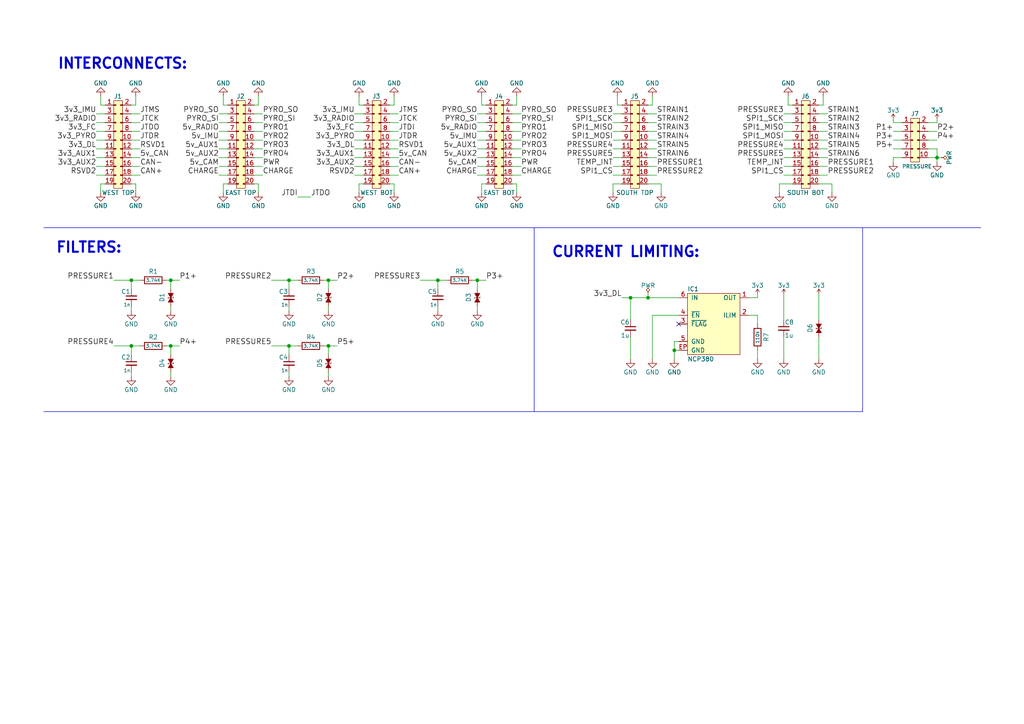
<source format=kicad_sch>
(kicad_sch (version 20230121) (generator eeschema)
  (paper "A4")
  (title_block (title "m3dl - Pressure") (date "2016-06-10") (rev "1") (company "Cambridge University Space Flight") (comment 1 "Matt Coates"))
  (lib_symbols
    (symbol "pressure-rescue:3v3" (power) (pin_numbers hide) (pin_names (offset 1.016) hide)
      (property "Value" "3v3" (at 0 2.286 0))
      (symbol "3v3_0_1"
        (polyline (pts (xy 0 1.27) (xy 0.508 0.508)))
        (polyline (pts (xy 0 0) (xy 0 1.27) (xy -0.508 0.508)))
      )
      (symbol "3v3_1_1"
        (pin power_in line (at 0 0 180) (length 0) hide (name "3v3") (number "1"))
      )
    )
    (symbol "pressure-rescue:CONN_02x05" (pin_names (offset 0.0254) hide)
      (property "Reference" "J" (at -2.54 2.54 0))
      (property "Value" "CONN_02x05" (at -2.54 -12.7 0))
      (symbol "CONN_02x05_0_1"
        (rectangle (start -2.54 -10.033) (end -1.905 -10.287) (fill (type outline)))
        (rectangle (start -2.54 -7.493) (end -1.905 -7.747) (fill (type outline)))
        (rectangle (start -2.54 -4.953) (end -1.905 -5.207) (fill (type outline)))
        (rectangle (start -2.54 -2.413) (end -1.905 -2.667) (fill (type outline)))
        (rectangle (start -2.54 0.127) (end -1.905 -0.127) (fill (type outline)))
        (rectangle (start 0 -10.033) (end -0.635 -10.287) (fill (type outline)))
        (rectangle (start 0 -7.493) (end -0.635 -7.747) (fill (type outline)))
        (rectangle (start 0 -4.953) (end -0.635 -5.207) (fill (type outline)))
        (rectangle (start 0 -2.413) (end -0.635 -2.667) (fill (type outline)))
        (rectangle (start 0 0.127) (end -0.635 -0.127) (fill (type outline)))
        (rectangle (start 0 1.27) (end -2.54 -11.43) (fill (type background)))
      )
      (symbol "CONN_02x05_1_1"
        (pin passive line (at -5.08 0 0) (length 2.54) (name "1") (number "1"))
        (pin passive line (at 2.54 -10.16 180) (length 2.54) (name "10") (number "10"))
        (pin passive line (at 2.54 0 180) (length 2.54) (name "2") (number "2"))
        (pin passive line (at -5.08 -2.54 0) (length 2.54) (name "3") (number "3"))
        (pin passive line (at 2.54 -2.54 180) (length 2.54) (name "4") (number "4"))
        (pin passive line (at -5.08 -5.08 0) (length 2.54) (name "5") (number "5"))
        (pin passive line (at 2.54 -5.08 180) (length 2.54) (name "6") (number "6"))
        (pin passive line (at -5.08 -7.62 0) (length 2.54) (name "7") (number "7"))
        (pin passive line (at 2.54 -7.62 180) (length 2.54) (name "8") (number "8"))
        (pin passive line (at -5.08 -10.16 0) (length 2.54) (name "9") (number "9"))
      )
    )
    (symbol "pressure-rescue:CONN_02x10" (pin_names (offset 0.0254) hide)
      (property "Reference" "J" (at -2.54 2.54 0))
      (property "Value" "CONN_02x10" (at -2.54 -25.4 0))
      (symbol "CONN_02x10_0_1"
        (rectangle (start -2.54 -22.733) (end -1.905 -22.987) (fill (type outline)))
        (rectangle (start -2.54 -20.193) (end -1.905 -20.447) (fill (type outline)))
        (rectangle (start -2.54 -17.653) (end -1.905 -17.907) (fill (type outline)))
        (rectangle (start -2.54 -15.113) (end -1.905 -15.367) (fill (type outline)))
        (rectangle (start -2.54 -12.573) (end -1.905 -12.827) (fill (type outline)))
        (rectangle (start -2.54 -10.033) (end -1.905 -10.287) (fill (type outline)))
        (rectangle (start -2.54 -7.493) (end -1.905 -7.747) (fill (type outline)))
        (rectangle (start -2.54 -4.953) (end -1.905 -5.207) (fill (type outline)))
        (rectangle (start -2.54 -2.413) (end -1.905 -2.667) (fill (type outline)))
        (rectangle (start -2.54 0.127) (end -1.905 -0.127) (fill (type outline)))
        (rectangle (start 0 -22.733) (end -0.635 -22.987) (fill (type outline)))
        (rectangle (start 0 -20.193) (end -0.635 -20.447) (fill (type outline)))
        (rectangle (start 0 -17.653) (end -0.635 -17.907) (fill (type outline)))
        (rectangle (start 0 -15.113) (end -0.635 -15.367) (fill (type outline)))
        (rectangle (start 0 -12.573) (end -0.635 -12.827) (fill (type outline)))
        (rectangle (start 0 -10.033) (end -0.635 -10.287) (fill (type outline)))
        (rectangle (start 0 -7.493) (end -0.635 -7.747) (fill (type outline)))
        (rectangle (start 0 -4.953) (end -0.635 -5.207) (fill (type outline)))
        (rectangle (start 0 -2.413) (end -0.635 -2.667) (fill (type outline)))
        (rectangle (start 0 0.127) (end -0.635 -0.127) (fill (type outline)))
        (rectangle (start 0 1.27) (end -2.54 -24.13) (fill (type background)))
      )
      (symbol "CONN_02x10_1_1"
        (pin passive line (at -5.08 0 0) (length 2.54) (name "1") (number "1"))
        (pin passive line (at 2.54 -10.16 180) (length 2.54) (name "10") (number "10"))
        (pin passive line (at -5.08 -12.7 0) (length 2.54) (name "11") (number "11"))
        (pin passive line (at 2.54 -12.7 180) (length 2.54) (name "12") (number "12"))
        (pin passive line (at -5.08 -15.24 0) (length 2.54) (name "13") (number "13"))
        (pin passive line (at 2.54 -15.24 180) (length 2.54) (name "14") (number "14"))
        (pin passive line (at -5.08 -17.78 0) (length 2.54) (name "15") (number "15"))
        (pin passive line (at 2.54 -17.78 180) (length 2.54) (name "16") (number "16"))
        (pin passive line (at -5.08 -20.32 0) (length 2.54) (name "17") (number "17"))
        (pin passive line (at 2.54 -20.32 180) (length 2.54) (name "18") (number "18"))
        (pin passive line (at -5.08 -22.86 0) (length 2.54) (name "19") (number "19"))
        (pin passive line (at 2.54 0 180) (length 2.54) (name "2") (number "2"))
        (pin passive line (at 2.54 -22.86 180) (length 2.54) (name "20") (number "20"))
        (pin passive line (at -5.08 -2.54 0) (length 2.54) (name "3") (number "3"))
        (pin passive line (at 2.54 -2.54 180) (length 2.54) (name "4") (number "4"))
        (pin passive line (at -5.08 -5.08 0) (length 2.54) (name "5") (number "5"))
        (pin passive line (at 2.54 -5.08 180) (length 2.54) (name "6") (number "6"))
        (pin passive line (at -5.08 -7.62 0) (length 2.54) (name "7") (number "7"))
        (pin passive line (at 2.54 -7.62 180) (length 2.54) (name "8") (number "8"))
        (pin passive line (at -5.08 -10.16 0) (length 2.54) (name "9") (number "9"))
      )
    )
    (symbol "pressure-rescue:C_Small" (pin_numbers hide) (pin_names (offset 0.254) hide)
      (property "Reference" "C" (at 0.254 1.778 0))
      (property "Value" "C_Small" (at 0.254 -2.032 0))
      (symbol "C_Small_0_1"
        (polyline (pts (xy -1.524 -0.508) (xy 1.524 -0.508)) (stroke (width 0.3302)))
        (polyline (pts (xy -1.524 0.508) (xy 1.524 0.508)) (stroke (width 0.3048)))
      )
      (symbol "C_Small_1_1"
        (pin passive line (at 0 2.54 270) (length 1.905) (name "~") (number "1"))
        (pin passive line (at 0 -2.54 90) (length 2.032) (name "~") (number "2"))
      )
    )
    (symbol "pressure-rescue:ESD_DIODE" (pin_numbers hide) (pin_names (offset 0) hide)
      (property "Reference" "D" (at -1.27 2.54 0))
      (symbol "ESD_DIODE_0_1"
        (polyline (pts (xy 0 -0.762) (xy 0.254 -0.762)))
        (polyline (pts (xy 0 0.762) (xy -0.254 0.762)))
        (polyline (pts (xy 0 0.762) (xy 0 -0.762)))
        (polyline (pts (xy 0 0) (xy -1.27 0.762) (xy -1.27 -0.762) (xy 0 0)) (fill (type outline)))
        (polyline (pts (xy 0 0) (xy 1.27 0.762) (xy 1.27 -0.762) (xy 0 0)) (fill (type outline)))
      )
      (symbol "ESD_DIODE_1_1"
        (pin passive line (at -2.54 0 0) (length 1.27) (name "1") (number "1"))
        (pin passive line (at 2.54 0 180) (length 1.27) (name "2") (number "2"))
      )
    )
    (symbol "pressure-rescue:GND" (power) (pin_names (offset 0))
      (property "Value" "GND" (at 0 -3.81 0))
      (symbol "GND_0_1"
        (polyline (pts (xy 0 0) (xy 0 -1.27) (xy 1.27 -1.27) (xy 0 -2.54) (xy -1.27 -1.27) (xy 0 -1.27)))
      )
      (symbol "GND_1_1"
        (pin power_in line (at 0 0 270) (length 0) hide (name "GND") (number "1"))
      )
    )
    (symbol "pressure-rescue:NCP380" (pin_names (offset 1.016))
      (property "Reference" "IC" (at -7.62 10.16 0))
      (property "Value" "NCP380" (at -7.62 -10.16 0))
      (symbol "NCP380_0_0"
        (pin power_out line (at 10.16 7.62 180) (length 2.54) (name "OUT") (number "1"))
        (pin input line (at 10.16 2.54 180) (length 2.54) (name "ILIM") (number "2"))
        (pin open_collector line (at -10.16 0 0) (length 2.54) (name "~{FLAG}") (number "3"))
        (pin input line (at -10.16 2.54 0) (length 2.54) (name "~{EN}") (number "4"))
        (pin power_in line (at -10.16 -5.08 0) (length 2.54) (name "GND") (number "5"))
        (pin power_in line (at -10.16 7.62 0) (length 2.54) (name "IN") (number "6"))
        (pin power_in line (at -10.16 -7.62 0) (length 2.54) (name "GND") (number "EP"))
      )
      (symbol "NCP380_0_1"
        (rectangle (start -7.62 8.89) (end 7.62 -8.89) (fill (type background)))
      )
    )
    (symbol "pressure-rescue:PWR" (power) (pin_numbers hide) (pin_names (offset 1.016) hide)
      (property "Value" "PWR" (at 0 2.286 0))
      (symbol "PWR_0_1"
        (polyline (pts (xy 0 0.508) (xy -0.508 1.016) (xy 0 1.524) (xy 0.508 1.016) (xy 0 0.508)) (fill (type background)))
      )
      (symbol "PWR_1_1"
        (pin power_out line (at 0 0 90) (length 0.508) (name "pwr") (number "1"))
      )
    )
    (symbol "pressure-rescue:R" (pin_numbers hide) (pin_names (offset 0))
      (property "Reference" "R" (at 2.032 0 90))
      (property "Value" "R" (at 0 0 90))
      (symbol "R_0_1"
        (rectangle (start -1.016 -2.54) (end 1.016 2.54) (stroke (width 0.254)))
      )
      (symbol "R_1_1"
        (pin passive line (at 0 3.81 270) (length 1.27) (name "~") (number "1"))
        (pin passive line (at 0 -3.81 90) (length 1.27) (name "~") (number "2"))
      )
    )
  )
  (junction (at 127 81.28))
  (junction (at 49.53 100.33))
  (junction (at 83.82 100.33))
  (junction (at 38.1 100.33))
  (junction (at 195.58 101.6))
  (junction (at 271.78 45.72))
  (junction (at 95.25 81.28))
  (junction (at 187.96 86.36))
  (junction (at 49.53 81.28))
  (junction (at 182.88 86.36))
  (junction (at 83.82 81.28))
  (junction (at 38.1 81.28))
  (junction (at 138.43 81.28))
  (junction (at 95.25 100.33))
  (no_connect (at 196.85 93.98))
  (wire (pts (xy 74.93 30.48) (xy 73.66 30.48)))
  (wire (pts (xy 49.53 107.95) (xy 49.53 109.22)))
  (wire (pts (xy 102.87 48.26) (xy 105.41 48.26)))
  (wire (pts (xy 259.08 45.72) (xy 259.08 46.99)))
  (wire (pts (xy 187.96 43.18) (xy 190.5 43.18)))
  (wire (pts (xy 219.71 91.44) (xy 219.71 93.98)))
  (wire (pts (xy 237.49 33.02) (xy 240.03 33.02)))
  (polyline (pts (xy 154.94 119.38) (xy 154.94 66.04)))
  (wire (pts (xy 48.26 81.28) (xy 49.53 81.28)))
  (wire (pts (xy 38.1 83.82) (xy 38.1 81.28)))
  (wire (pts (xy 138.43 45.72) (xy 140.97 45.72)))
  (wire (pts (xy 63.5 45.72) (xy 66.04 45.72)))
  (polyline (pts (xy 12.7 66.04) (xy 284.48 66.04)))
  (wire (pts (xy 38.1 45.72) (xy 40.64 45.72)))
  (wire (pts (xy 241.3 53.34) (xy 241.3 55.88)))
  (wire (pts (xy 83.82 81.28) (xy 86.36 81.28)))
  (wire (pts (xy 66.04 33.02) (xy 63.5 33.02)))
  (wire (pts (xy 139.7 30.48) (xy 140.97 30.48)))
  (wire (pts (xy 63.5 40.64) (xy 66.04 40.64)))
  (polyline (pts (xy 250.19 119.38) (xy 250.19 66.04)))
  (wire (pts (xy 38.1 88.9) (xy 38.1 90.17)))
  (wire (pts (xy 149.86 30.48) (xy 148.59 30.48)))
  (wire (pts (xy 182.88 97.79) (xy 182.88 104.14)))
  (wire (pts (xy 149.86 53.34) (xy 149.86 55.88)))
  (wire (pts (xy 83.82 88.9) (xy 83.82 90.17)))
  (wire (pts (xy 189.23 104.14) (xy 189.23 91.44)))
  (wire (pts (xy 237.49 45.72) (xy 240.03 45.72)))
  (wire (pts (xy 30.48 45.72) (xy 27.94 45.72)))
  (wire (pts (xy 177.8 53.34) (xy 177.8 55.88)))
  (wire (pts (xy 190.5 40.64) (xy 187.96 40.64)))
  (wire (pts (xy 114.3 30.48) (xy 113.03 30.48)))
  (wire (pts (xy 219.71 86.36) (xy 219.71 85.09)))
  (wire (pts (xy 104.14 53.34) (xy 104.14 55.88)))
  (wire (pts (xy 227.33 50.8) (xy 229.87 50.8)))
  (wire (pts (xy 78.74 100.33) (xy 83.82 100.33)))
  (wire (pts (xy 73.66 45.72) (xy 76.2 45.72)))
  (wire (pts (xy 238.76 30.48) (xy 237.49 30.48)))
  (wire (pts (xy 49.53 100.33) (xy 52.07 100.33)))
  (wire (pts (xy 191.77 53.34) (xy 191.77 55.88)))
  (wire (pts (xy 238.76 27.94) (xy 238.76 30.48)))
  (wire (pts (xy 180.34 48.26) (xy 177.8 48.26)))
  (wire (pts (xy 114.3 53.34) (xy 114.3 55.88)))
  (wire (pts (xy 74.93 27.94) (xy 74.93 30.48)))
  (wire (pts (xy 93.98 100.33) (xy 95.25 100.33)))
  (wire (pts (xy 64.77 27.94) (xy 64.77 30.48)))
  (wire (pts (xy 138.43 35.56) (xy 140.97 35.56)))
  (wire (pts (xy 121.92 81.28) (xy 127 81.28)))
  (wire (pts (xy 104.14 30.48) (xy 105.41 30.48)))
  (wire (pts (xy 83.82 107.95) (xy 83.82 109.22)))
  (wire (pts (xy 48.26 100.33) (xy 49.53 100.33)))
  (wire (pts (xy 148.59 45.72) (xy 151.13 45.72)))
  (wire (pts (xy 182.88 92.71) (xy 182.88 86.36)))
  (wire (pts (xy 30.48 40.64) (xy 27.94 40.64)))
  (wire (pts (xy 180.34 38.1) (xy 177.8 38.1)))
  (wire (pts (xy 271.78 38.1) (xy 269.24 38.1)))
  (wire (pts (xy 151.13 40.64) (xy 148.59 40.64)))
  (wire (pts (xy 39.37 53.34) (xy 39.37 55.88)))
  (wire (pts (xy 227.33 43.18) (xy 229.87 43.18)))
  (wire (pts (xy 66.04 38.1) (xy 63.5 38.1)))
  (wire (pts (xy 83.82 102.87) (xy 83.82 100.33)))
  (wire (pts (xy 39.37 27.94) (xy 39.37 30.48)))
  (wire (pts (xy 76.2 35.56) (xy 73.66 35.56)))
  (wire (pts (xy 38.1 38.1) (xy 40.64 38.1)))
  (wire (pts (xy 151.13 35.56) (xy 148.59 35.56)))
  (wire (pts (xy 148.59 38.1) (xy 151.13 38.1)))
  (wire (pts (xy 261.62 40.64) (xy 259.08 40.64)))
  (wire (pts (xy 49.53 88.9) (xy 49.53 90.17)))
  (wire (pts (xy 149.86 27.94) (xy 149.86 30.48)))
  (wire (pts (xy 259.08 43.18) (xy 261.62 43.18)))
  (wire (pts (xy 105.41 43.18) (xy 102.87 43.18)))
  (wire (pts (xy 127 83.82) (xy 127 81.28)))
  (wire (pts (xy 177.8 50.8) (xy 180.34 50.8)))
  (wire (pts (xy 29.21 27.94) (xy 29.21 30.48)))
  (wire (pts (xy 105.41 35.56) (xy 102.87 35.56)))
  (wire (pts (xy 190.5 35.56) (xy 187.96 35.56)))
  (wire (pts (xy 138.43 40.64) (xy 140.97 40.64)))
  (wire (pts (xy 137.16 81.28) (xy 138.43 81.28)))
  (wire (pts (xy 95.25 88.9) (xy 95.25 90.17)))
  (wire (pts (xy 38.1 33.02) (xy 40.64 33.02)))
  (wire (pts (xy 195.58 101.6) (xy 195.58 104.14)))
  (wire (pts (xy 229.87 40.64) (xy 227.33 40.64)))
  (wire (pts (xy 228.6 27.94) (xy 228.6 30.48)))
  (wire (pts (xy 148.59 43.18) (xy 151.13 43.18)))
  (wire (pts (xy 237.49 38.1) (xy 240.03 38.1)))
  (wire (pts (xy 240.03 48.26) (xy 237.49 48.26)))
  (wire (pts (xy 30.48 50.8) (xy 27.94 50.8)))
  (wire (pts (xy 180.34 33.02) (xy 177.8 33.02)))
  (wire (pts (xy 113.03 53.34) (xy 114.3 53.34)))
  (wire (pts (xy 95.25 83.82) (xy 95.25 81.28)))
  (wire (pts (xy 196.85 101.6) (xy 195.58 101.6)))
  (wire (pts (xy 217.17 86.36) (xy 219.71 86.36)))
  (wire (pts (xy 38.1 100.33) (xy 40.64 100.33)))
  (wire (pts (xy 179.07 30.48) (xy 180.34 30.48)))
  (wire (pts (xy 187.96 38.1) (xy 190.5 38.1)))
  (wire (pts (xy 73.66 43.18) (xy 76.2 43.18)))
  (wire (pts (xy 39.37 30.48) (xy 38.1 30.48)))
  (wire (pts (xy 105.41 40.64) (xy 102.87 40.64)))
  (wire (pts (xy 95.25 102.87) (xy 95.25 100.33)))
  (wire (pts (xy 217.17 91.44) (xy 219.71 91.44)))
  (wire (pts (xy 140.97 43.18) (xy 138.43 43.18)))
  (wire (pts (xy 140.97 38.1) (xy 138.43 38.1)))
  (wire (pts (xy 177.8 53.34) (xy 180.34 53.34)))
  (wire (pts (xy 38.1 43.18) (xy 40.64 43.18)))
  (wire (pts (xy 113.03 33.02) (xy 115.57 33.02)))
  (wire (pts (xy 49.53 83.82) (xy 49.53 81.28)))
  (wire (pts (xy 182.88 86.36) (xy 187.96 86.36)))
  (wire (pts (xy 73.66 50.8) (xy 76.2 50.8)))
  (wire (pts (xy 73.66 38.1) (xy 76.2 38.1)))
  (wire (pts (xy 83.82 83.82) (xy 83.82 81.28)))
  (wire (pts (xy 195.58 99.06) (xy 195.58 101.6)))
  (wire (pts (xy 127 81.28) (xy 129.54 81.28)))
  (wire (pts (xy 105.41 38.1) (xy 102.87 38.1)))
  (wire (pts (xy 240.03 35.56) (xy 237.49 35.56)))
  (wire (pts (xy 229.87 48.26) (xy 227.33 48.26)))
  (wire (pts (xy 179.07 27.94) (xy 179.07 30.48)))
  (wire (pts (xy 74.93 53.34) (xy 74.93 55.88)))
  (wire (pts (xy 269.24 43.18) (xy 271.78 43.18)))
  (wire (pts (xy 259.08 35.56) (xy 259.08 34.29)))
  (wire (pts (xy 139.7 53.34) (xy 139.7 55.88)))
  (wire (pts (xy 271.78 35.56) (xy 269.24 35.56)))
  (wire (pts (xy 227.33 35.56) (xy 229.87 35.56)))
  (wire (pts (xy 105.41 53.34) (xy 104.14 53.34)))
  (wire (pts (xy 196.85 99.06) (xy 195.58 99.06)))
  (wire (pts (xy 33.02 100.33) (xy 38.1 100.33)))
  (wire (pts (xy 227.33 92.71) (xy 227.33 85.09)))
  (wire (pts (xy 229.87 38.1) (xy 227.33 38.1)))
  (wire (pts (xy 64.77 30.48) (xy 66.04 30.48)))
  (wire (pts (xy 78.74 81.28) (xy 83.82 81.28)))
  (wire (pts (xy 66.04 53.34) (xy 64.77 53.34)))
  (wire (pts (xy 259.08 38.1) (xy 261.62 38.1)))
  (wire (pts (xy 38.1 53.34) (xy 39.37 53.34)))
  (wire (pts (xy 127 88.9) (xy 127 90.17)))
  (wire (pts (xy 177.8 45.72) (xy 180.34 45.72)))
  (wire (pts (xy 66.04 43.18) (xy 63.5 43.18)))
  (wire (pts (xy 29.21 30.48) (xy 30.48 30.48)))
  (wire (pts (xy 38.1 35.56) (xy 40.64 35.56)))
  (wire (pts (xy 148.59 33.02) (xy 151.13 33.02)))
  (wire (pts (xy 83.82 100.33) (xy 86.36 100.33)))
  (wire (pts (xy 140.97 53.34) (xy 139.7 53.34)))
  (wire (pts (xy 227.33 97.79) (xy 227.33 104.14)))
  (wire (pts (xy 113.03 40.64) (xy 115.57 40.64)))
  (wire (pts (xy 151.13 48.26) (xy 148.59 48.26)))
  (wire (pts (xy 261.62 45.72) (xy 259.08 45.72)))
  (wire (pts (xy 226.06 53.34) (xy 229.87 53.34)))
  (wire (pts (xy 113.03 38.1) (xy 115.57 38.1)))
  (wire (pts (xy 187.96 53.34) (xy 191.77 53.34)))
  (wire (pts (xy 95.25 81.28) (xy 97.79 81.28)))
  (wire (pts (xy 228.6 30.48) (xy 229.87 30.48)))
  (wire (pts (xy 148.59 53.34) (xy 149.86 53.34)))
  (wire (pts (xy 113.03 45.72) (xy 115.57 45.72)))
  (wire (pts (xy 95.25 107.95) (xy 95.25 109.22)))
  (wire (pts (xy 271.78 35.56) (xy 271.78 34.29)))
  (wire (pts (xy 38.1 81.28) (xy 40.64 81.28)))
  (wire (pts (xy 219.71 101.6) (xy 219.71 104.14)))
  (wire (pts (xy 93.98 81.28) (xy 95.25 81.28)))
  (wire (pts (xy 30.48 38.1) (xy 27.94 38.1)))
  (wire (pts (xy 30.48 35.56) (xy 27.94 35.56)))
  (wire (pts (xy 76.2 48.26) (xy 73.66 48.26)))
  (wire (pts (xy 63.5 35.56) (xy 66.04 35.56)))
  (wire (pts (xy 38.1 50.8) (xy 40.64 50.8)))
  (wire (pts (xy 38.1 40.64) (xy 40.64 40.64)))
  (wire (pts (xy 49.53 81.28) (xy 52.07 81.28)))
  (wire (pts (xy 140.97 48.26) (xy 138.43 48.26)))
  (wire (pts (xy 271.78 45.72) (xy 271.78 46.99)))
  (wire (pts (xy 138.43 50.8) (xy 140.97 50.8)))
  (wire (pts (xy 113.03 43.18) (xy 115.57 43.18)))
  (wire (pts (xy 177.8 40.64) (xy 180.34 40.64)))
  (wire (pts (xy 86.36 57.15) (xy 90.17 57.15)))
  (wire (pts (xy 269.24 45.72) (xy 271.78 45.72)))
  (wire (pts (xy 66.04 48.26) (xy 63.5 48.26)))
  (wire (pts (xy 105.41 50.8) (xy 102.87 50.8)))
  (wire (pts (xy 113.03 48.26) (xy 115.57 48.26)))
  (wire (pts (xy 38.1 102.87) (xy 38.1 100.33)))
  (wire (pts (xy 114.3 27.94) (xy 114.3 30.48)))
  (wire (pts (xy 105.41 45.72) (xy 102.87 45.72)))
  (wire (pts (xy 187.96 50.8) (xy 190.5 50.8)))
  (wire (pts (xy 237.49 53.34) (xy 241.3 53.34)))
  (wire (pts (xy 189.23 27.94) (xy 189.23 30.48)))
  (wire (pts (xy 138.43 83.82) (xy 138.43 81.28)))
  (wire (pts (xy 140.97 33.02) (xy 138.43 33.02)))
  (wire (pts (xy 30.48 33.02) (xy 27.94 33.02)))
  (wire (pts (xy 229.87 33.02) (xy 227.33 33.02)))
  (wire (pts (xy 30.48 43.18) (xy 27.94 43.18)))
  (wire (pts (xy 76.2 40.64) (xy 73.66 40.64)))
  (wire (pts (xy 187.96 86.36) (xy 187.96 85.09)))
  (wire (pts (xy 113.03 50.8) (xy 115.57 50.8)))
  (wire (pts (xy 177.8 35.56) (xy 180.34 35.56)))
  (wire (pts (xy 237.49 50.8) (xy 240.03 50.8)))
  (wire (pts (xy 227.33 45.72) (xy 229.87 45.72)))
  (wire (pts (xy 226.06 53.34) (xy 226.06 55.88)))
  (wire (pts (xy 29.21 53.34) (xy 29.21 55.88)))
  (wire (pts (xy 105.41 33.02) (xy 102.87 33.02)))
  (wire (pts (xy 189.23 30.48) (xy 187.96 30.48)))
  (wire (pts (xy 180.34 86.36) (xy 182.88 86.36)))
  (wire (pts (xy 190.5 48.26) (xy 187.96 48.26)))
  (wire (pts (xy 148.59 50.8) (xy 151.13 50.8)))
  (wire (pts (xy 138.43 81.28) (xy 140.97 81.28)))
  (wire (pts (xy 63.5 50.8) (xy 66.04 50.8)))
  (wire (pts (xy 237.49 43.18) (xy 240.03 43.18)))
  (wire (pts (xy 261.62 35.56) (xy 259.08 35.56)))
  (wire (pts (xy 271.78 43.18) (xy 271.78 45.72)))
  (wire (pts (xy 187.96 33.02) (xy 190.5 33.02)))
  (wire (pts (xy 73.66 53.34) (xy 74.93 53.34)))
  (wire (pts (xy 240.03 40.64) (xy 237.49 40.64)))
  (wire (pts (xy 95.25 100.33) (xy 97.79 100.33)))
  (wire (pts (xy 187.96 86.36) (xy 196.85 86.36)))
  (wire (pts (xy 187.96 45.72) (xy 190.5 45.72)))
  (wire (pts (xy 27.94 48.26) (xy 30.48 48.26)))
  (wire (pts (xy 113.03 35.56) (xy 115.57 35.56)))
  (wire (pts (xy 49.53 100.33) (xy 49.53 102.87)))
  (wire (pts (xy 104.14 27.94) (xy 104.14 30.48)))
  (polyline (pts (xy 12.7 119.38) (xy 250.19 119.38)))
  (wire (pts (xy 139.7 27.94) (xy 139.7 30.48)))
  (wire (pts (xy 269.24 40.64) (xy 271.78 40.64)))
  (wire (pts (xy 73.66 33.02) (xy 76.2 33.02)))
  (wire (pts (xy 33.02 81.28) (xy 38.1 81.28)))
  (wire (pts (xy 180.34 43.18) (xy 177.8 43.18)))
  (wire (pts (xy 271.78 45.72) (xy 273.05 45.72)))
  (wire (pts (xy 38.1 107.95) (xy 38.1 109.22)))
  (wire (pts (xy 30.48 53.34) (xy 29.21 53.34)))
  (wire (pts (xy 64.77 53.34) (xy 64.77 55.88)))
  (wire (pts (xy 189.23 91.44) (xy 196.85 91.44)))
  (wire (pts (xy 237.49 92.71) (xy 237.49 85.09)))
  (wire (pts (xy 38.1 48.26) (xy 40.64 48.26)))
  (wire (pts (xy 237.49 97.79) (xy 237.49 104.14)))
  (wire (pts (xy 138.43 88.9) (xy 138.43 90.17)))
  (text "CURRENT LIMITING:" (at 203.2 74.93 0) (effects (font (size 2.9972 2.9972) (thickness 0.5994) bold) (justify right bottom)))
  (text "INTERCONNECTS:" (at 54.61 20.32 0) (effects (font (size 2.9972 2.9972) (thickness 0.5994) bold) (justify right bottom)))
  (text "FILTERS:" (at 35.56 73.66 0) (effects (font (size 2.9972 2.9972) (thickness 0.5994) bold) (justify right bottom)))
  (label "5v_CAM" (at 63.5 48.26 180) (effects (font (size 1.524 1.524))))
  (label "STRAIN4" (at 240.03 40.64 0) (effects (font (size 1.524 1.524))))
  (label "JTDI" (at 115.57 38.1 0) (effects (font (size 1.524 1.524))))
  (label "RSVD1" (at 40.64 43.18 0) (effects (font (size 1.524 1.524))))
  (label "JTDI" (at 86.36 57.15 180) (effects (font (size 1.524 1.524))))
  (label "PYRO_SI" (at 76.2 35.56 0) (effects (font (size 1.524 1.524))))
  (label "5v_AUX1" (at 63.5 43.18 180) (effects (font (size 1.524 1.524))))
  (label "SPI1_SCK" (at 177.8 35.56 180) (effects (font (size 1.524 1.524))))
  (label "3v3_RADIO" (at 102.87 35.56 180) (effects (font (size 1.524 1.524))))
  (label "CAN+" (at 115.57 50.8 0) (effects (font (size 1.524 1.524))))
  (label "SPI1_CS" (at 227.33 50.8 180) (effects (font (size 1.524 1.524))))
  (label "JTDO" (at 90.17 57.15 0) (effects (font (size 1.524 1.524))))
  (label "STRAIN5" (at 240.03 43.18 0) (effects (font (size 1.524 1.524))))
  (label "CHARGE" (at 63.5 50.8 180) (effects (font (size 1.524 1.524))))
  (label "P5+" (at 97.79 100.33 0) (effects (font (size 1.524 1.524))))
  (label "PRESSURE5" (at 177.8 45.72 180) (effects (font (size 1.524 1.524))))
  (label "STRAIN4" (at 190.5 40.64 0) (effects (font (size 1.524 1.524))))
  (label "SPI1_MOSI" (at 227.33 40.64 180) (effects (font (size 1.524 1.524))))
  (label "3v3_AUX1" (at 102.87 45.72 180) (effects (font (size 1.524 1.524))))
  (label "CAN+" (at 40.64 50.8 0) (effects (font (size 1.524 1.524))))
  (label "P5+" (at 259.08 43.18 180) (effects (font (size 1.524 1.524))))
  (label "PYRO2" (at 151.13 40.64 0) (effects (font (size 1.524 1.524))))
  (label "3v3_FC" (at 102.87 38.1 180) (effects (font (size 1.524 1.524))))
  (label "JTCK" (at 40.64 35.56 0) (effects (font (size 1.524 1.524))))
  (label "SPI1_SCK" (at 227.33 35.56 180) (effects (font (size 1.524 1.524))))
  (label "JTMS" (at 115.57 33.02 0) (effects (font (size 1.524 1.524))))
  (label "CAN-" (at 40.64 48.26 0) (effects (font (size 1.524 1.524))))
  (label "JTDR" (at 115.57 40.64 0) (effects (font (size 1.524 1.524))))
  (label "PRESSURE2" (at 78.74 81.28 180) (effects (font (size 1.524 1.524))))
  (label "3v3_PYRO" (at 102.87 40.64 180) (effects (font (size 1.524 1.524))))
  (label "PYRO_SO" (at 151.13 33.02 0) (effects (font (size 1.524 1.524))))
  (label "JTDR" (at 40.64 40.64 0) (effects (font (size 1.524 1.524))))
  (label "PYRO_SI" (at 138.43 35.56 180) (effects (font (size 1.524 1.524))))
  (label "PRESSURE2" (at 190.5 50.8 0) (effects (font (size 1.524 1.524))))
  (label "3v3_AUX2" (at 102.87 48.26 180) (effects (font (size 1.524 1.524))))
  (label "CHARGE" (at 151.13 50.8 0) (effects (font (size 1.524 1.524))))
  (label "PYRO4" (at 151.13 45.72 0) (effects (font (size 1.524 1.524))))
  (label "PWR" (at 76.2 48.26 0) (effects (font (size 1.524 1.524))))
  (label "PRESSURE4" (at 33.02 100.33 180) (effects (font (size 1.524 1.524))))
  (label "PYRO4" (at 76.2 45.72 0) (effects (font (size 1.524 1.524))))
  (label "PRESSURE4" (at 227.33 43.18 180) (effects (font (size 1.524 1.524))))
  (label "PRESSURE1" (at 190.5 48.26 0) (effects (font (size 1.524 1.524))))
  (label "CHARGE" (at 138.43 50.8 180) (effects (font (size 1.524 1.524))))
  (label "PYRO3" (at 76.2 43.18 0) (effects (font (size 1.524 1.524))))
  (label "CAN-" (at 115.57 48.26 0) (effects (font (size 1.524 1.524))))
  (label "SPI1_MOSI" (at 177.8 40.64 180) (effects (font (size 1.524 1.524))))
  (label "STRAIN3" (at 240.03 38.1 0) (effects (font (size 1.524 1.524))))
  (label "PYRO_SO" (at 63.5 33.02 180) (effects (font (size 1.524 1.524))))
  (label "PYRO_SO" (at 138.43 33.02 180) (effects (font (size 1.524 1.524))))
  (label "PRESSURE3" (at 177.8 33.02 180) (effects (font (size 1.524 1.524))))
  (label "PRESSURE5" (at 78.74 100.33 180) (effects (font (size 1.524 1.524))))
  (label "SPI1_CS" (at 177.8 50.8 180) (effects (font (size 1.524 1.524))))
  (label "5v_RADIO" (at 63.5 38.1 180) (effects (font (size 1.524 1.524))))
  (label "STRAIN1" (at 240.03 33.02 0) (effects (font (size 1.524 1.524))))
  (label "3v3_DL" (at 180.34 86.36 180) (effects (font (size 1.524 1.524))))
  (label "PYRO_SO" (at 76.2 33.02 0) (effects (font (size 1.524 1.524))))
  (label "P3+" (at 259.08 40.64 180) (effects (font (size 1.524 1.524))))
  (label "PRESSURE1" (at 240.03 48.26 0) (effects (font (size 1.524 1.524))))
  (label "5v_AUX2" (at 63.5 45.72 180) (effects (font (size 1.524 1.524))))
  (label "TEMP_INT" (at 227.33 48.26 180) (effects (font (size 1.524 1.524))))
  (label "P2+" (at 271.78 38.1 0) (effects (font (size 1.524 1.524))))
  (label "JTDO" (at 40.64 38.1 0) (effects (font (size 1.524 1.524))))
  (label "3v3_RADIO" (at 27.94 35.56 180) (effects (font (size 1.524 1.524))))
  (label "CHARGE" (at 76.2 50.8 0) (effects (font (size 1.524 1.524))))
  (label "PYRO2" (at 76.2 40.64 0) (effects (font (size 1.524 1.524))))
  (label "JTMS" (at 40.64 33.02 0) (effects (font (size 1.524 1.524))))
  (label "PRESSURE4" (at 177.8 43.18 180) (effects (font (size 1.524 1.524))))
  (label "3v3_IMU" (at 102.87 33.02 180) (effects (font (size 1.524 1.524))))
  (label "PYRO1" (at 76.2 38.1 0) (effects (font (size 1.524 1.524))))
  (label "STRAIN3" (at 190.5 38.1 0) (effects (font (size 1.524 1.524))))
  (label "3v3_DL" (at 102.87 43.18 180) (effects (font (size 1.524 1.524))))
  (label "JTCK" (at 115.57 35.56 0) (effects (font (size 1.524 1.524))))
  (label "PYRO3" (at 151.13 43.18 0) (effects (font (size 1.524 1.524))))
  (label "P3+" (at 140.97 81.28 0) (effects (font (size 1.524 1.524))))
  (label "PRESSURE3" (at 227.33 33.02 180) (effects (font (size 1.524 1.524))))
  (label "5v_CAN" (at 40.64 45.72 0) (effects (font (size 1.524 1.524))))
  (label "5v_RADIO" (at 138.43 38.1 180) (effects (font (size 1.524 1.524))))
  (label "PWR" (at 151.13 48.26 0) (effects (font (size 1.524 1.524))))
  (label "P1+" (at 259.08 38.1 180) (effects (font (size 1.524 1.524))))
  (label "PRESSURE2" (at 240.03 50.8 0) (effects (font (size 1.524 1.524))))
  (label "STRAIN2" (at 240.03 35.56 0) (effects (font (size 1.524 1.524))))
  (label "3v3_AUX2" (at 27.94 48.26 180) (effects (font (size 1.524 1.524))))
  (label "5v_AUX1" (at 138.43 43.18 180) (effects (font (size 1.524 1.524))))
  (label "STRAIN5" (at 190.5 43.18 0) (effects (font (size 1.524 1.524))))
  (label "PRESSURE3" (at 121.92 81.28 180) (effects (font (size 1.524 1.524))))
  (label "3v3_PYRO" (at 27.94 40.64 180) (effects (font (size 1.524 1.524))))
  (label "P2+" (at 97.79 81.28 0) (effects (font (size 1.524 1.524))))
  (label "3v3_FC" (at 27.94 38.1 180) (effects (font (size 1.524 1.524))))
  (label "STRAIN6" (at 190.5 45.72 0) (effects (font (size 1.524 1.524))))
  (label "5v_AUX2" (at 138.43 45.72 180) (effects (font (size 1.524 1.524))))
  (label "3v3_IMU" (at 27.94 33.02 180) (effects (font (size 1.524 1.524))))
  (label "PRESSURE1" (at 33.02 81.28 180) (effects (font (size 1.524 1.524))))
  (label "5v_IMU" (at 138.43 40.64 180) (effects (font (size 1.524 1.524))))
  (label "PYRO_SI" (at 63.5 35.56 180) (effects (font (size 1.524 1.524))))
  (label "RSVD1" (at 115.57 43.18 0) (effects (font (size 1.524 1.524))))
  (label "3v3_AUX1" (at 27.94 45.72 180) (effects (font (size 1.524 1.524))))
  (label "3v3_DL" (at 27.94 43.18 180) (effects (font (size 1.524 1.524))))
  (label "P4+" (at 52.07 100.33 0) (effects (font (size 1.524 1.524))))
  (label "5v_IMU" (at 63.5 40.64 180) (effects (font (size 1.524 1.524))))
  (label "TEMP_INT" (at 177.8 48.26 180) (effects (font (size 1.524 1.524))))
  (label "RSVD2" (at 102.87 50.8 180) (effects (font (size 1.524 1.524))))
  (label "STRAIN1" (at 190.5 33.02 0) (effects (font (size 1.524 1.524))))
  (label "5v_CAM" (at 138.43 48.26 180) (effects (font (size 1.524 1.524))))
  (label "PRESSURE5" (at 227.33 45.72 180) (effects (font (size 1.524 1.524))))
  (label "RSVD2" (at 27.94 50.8 180) (effects (font (size 1.524 1.524))))
  (label "SPI1_MISO" (at 227.33 38.1 180) (effects (font (size 1.524 1.524))))
  (label "SPI1_MISO" (at 177.8 38.1 180) (effects (font (size 1.524 1.524))))
  (label "P1+" (at 52.07 81.28 0) (effects (font (size 1.524 1.524))))
  (label "PYRO1" (at 151.13 38.1 0) (effects (font (size 1.524 1.524))))
  (label "P4+" (at 271.78 40.64 0) (effects (font (size 1.524 1.524))))
  (label "STRAIN6" (at 240.03 45.72 0) (effects (font (size 1.524 1.524))))
  (label "STRAIN2" (at 190.5 35.56 0) (effects (font (size 1.524 1.524))))
  (label "PYRO_SI" (at 151.13 35.56 0) (effects (font (size 1.524 1.524))))
  (label "5v_CAN" (at 115.57 45.72 0) (effects (font (size 1.524 1.524))))
  (symbol (lib_id "pressure-rescue:CONN_02x10") (at 71.12 30.48 0) (unit 1)
    (property "Reference" "J2" (at 68.58 27.94 0) (effects (justify left)))
    (property "Value" "EAST TOP" (at 69.85 55.88 0))
    (property "Footprint" "agg:TFML-110-02-L-D" (effects hide))
  )
  (symbol (lib_id "pressure-rescue:CONN_02x10") (at 146.05 30.48 0) (unit 1)
    (property "Reference" "J4" (at 143.51 27.94 0) (effects (justify left)))
    (property "Value" "EAST BOT" (at 144.78 55.88 0))
    (property "Footprint" "agg:SFML-110-02-L-D-LC" (effects hide))
  )
  (symbol (lib_id "pressure-rescue:CONN_02x10") (at 35.56 30.48 0) (unit 1)
    (property "Reference" "J1" (at 33.02 27.94 0) (effects (justify left)))
    (property "Value" "WEST TOP" (at 34.29 55.88 0))
    (property "Footprint" "agg:TFML-110-02-L-D" (effects hide))
  )
  (symbol (lib_id "pressure-rescue:CONN_02x10") (at 110.49 30.48 0) (unit 1)
    (property "Reference" "J3" (at 107.95 27.94 0) (effects (justify left)))
    (property "Value" "WEST BOT" (at 109.22 55.88 0))
    (property "Footprint" "agg:SFML-110-02-L-D-LC" (effects hide))
  )
  (symbol (lib_id "pressure-rescue:GND") (at 74.93 55.88 0) (unit 1)
    (property "Reference" "#PWR01" (effects hide))
    (property "Value" "GND" (at 74.93 59.69 0))
  )
  (symbol (lib_id "pressure-rescue:GND") (at 64.77 55.88 0) (unit 1)
    (property "Reference" "#PWR02" (effects hide))
    (property "Value" "GND" (at 64.77 59.69 0))
  )
  (symbol (lib_id "pressure-rescue:GND") (at 39.37 55.88 0) (unit 1)
    (property "Reference" "#PWR03" (effects hide))
    (property "Value" "GND" (at 39.37 59.69 0))
  )
  (symbol (lib_id "pressure-rescue:GND") (at 29.21 55.88 0) (unit 1)
    (property "Reference" "#PWR04" (effects hide))
    (property "Value" "GND" (at 29.21 59.69 0))
  )
  (symbol (lib_id "pressure-rescue:GND") (at 29.21 27.94 180) (unit 1)
    (property "Reference" "#PWR05" (effects hide))
    (property "Value" "GND" (at 29.21 24.13 0))
  )
  (symbol (lib_id "pressure-rescue:GND") (at 39.37 27.94 180) (unit 1)
    (property "Reference" "#PWR06" (effects hide))
    (property "Value" "GND" (at 39.37 24.13 0))
  )
  (symbol (lib_id "pressure-rescue:GND") (at 64.77 27.94 180) (unit 1)
    (property "Reference" "#PWR07" (effects hide))
    (property "Value" "GND" (at 64.77 24.13 0))
  )
  (symbol (lib_id "pressure-rescue:GND") (at 74.93 27.94 180) (unit 1)
    (property "Reference" "#PWR08" (effects hide))
    (property "Value" "GND" (at 74.93 24.13 0))
  )
  (symbol (lib_id "pressure-rescue:GND") (at 104.14 55.88 0) (unit 1)
    (property "Reference" "#PWR09" (effects hide))
    (property "Value" "GND" (at 104.14 59.69 0))
  )
  (symbol (lib_id "pressure-rescue:GND") (at 114.3 55.88 0) (unit 1)
    (property "Reference" "#PWR010" (effects hide))
    (property "Value" "GND" (at 114.3 59.69 0))
  )
  (symbol (lib_id "pressure-rescue:GND") (at 139.7 55.88 0) (unit 1)
    (property "Reference" "#PWR011" (effects hide))
    (property "Value" "GND" (at 139.7 59.69 0))
  )
  (symbol (lib_id "pressure-rescue:GND") (at 149.86 55.88 0) (unit 1)
    (property "Reference" "#PWR012" (effects hide))
    (property "Value" "GND" (at 149.86 59.69 0))
  )
  (symbol (lib_id "pressure-rescue:GND") (at 104.14 27.94 180) (unit 1)
    (property "Reference" "#PWR013" (effects hide))
    (property "Value" "GND" (at 104.14 24.13 0))
  )
  (symbol (lib_id "pressure-rescue:GND") (at 114.3 27.94 180) (unit 1)
    (property "Reference" "#PWR014" (effects hide))
    (property "Value" "GND" (at 114.3 24.13 0))
  )
  (symbol (lib_id "pressure-rescue:GND") (at 139.7 27.94 180) (unit 1)
    (property "Reference" "#PWR015" (effects hide))
    (property "Value" "GND" (at 139.7 24.13 0))
  )
  (symbol (lib_id "pressure-rescue:GND") (at 149.86 27.94 180) (unit 1)
    (property "Reference" "#PWR016" (effects hide))
    (property "Value" "GND" (at 149.86 24.13 0))
  )
  (symbol (lib_id "pressure-rescue:R") (at 44.45 81.28 90) (unit 1)
    (property "Reference" "R1" (at 44.45 78.74 90))
    (property "Value" "3.74K" (at 44.45 81.28 90) (effects (font (size 0.9906 0.9906))))
    (property "Footprint" "Resistors_SMD:R_0603" (effects hide))
    (property "Farnell" "2059366" (effects hide))
  )
  (symbol (lib_id "pressure-rescue:C_Small") (at 38.1 86.36 0) (mirror y) (unit 1)
    (property "Reference" "C1" (at 37.846 84.582 0) (effects (justify left)))
    (property "Value" "1n" (at 37.846 88.392 0) (effects (font (size 0.9906 0.9906)) (justify left)))
    (property "Footprint" "Capacitors_SMD:C_0603" (effects hide))
    (property "Farnell" "1813443" (effects hide))
  )
  (symbol (lib_id "pressure-rescue:GND") (at 38.1 90.17 0) (unit 1)
    (property "Reference" "#PWR017" (effects hide))
    (property "Value" "GND" (at 38.1 93.98 0))
  )
  (symbol (lib_id "pressure-rescue:GND") (at 38.1 109.22 0) (unit 1)
    (property "Reference" "#PWR018" (effects hide))
    (property "Value" "GND" (at 38.1 113.03 0))
  )
  (symbol (lib_id "pressure-rescue:GND") (at 83.82 90.17 0) (unit 1)
    (property "Reference" "#PWR019" (effects hide))
    (property "Value" "GND" (at 83.82 93.98 0))
  )
  (symbol (lib_id "pressure-rescue:GND") (at 83.82 109.22 0) (unit 1)
    (property "Reference" "#PWR020" (effects hide))
    (property "Value" "GND" (at 83.82 113.03 0))
  )
  (symbol (lib_id "pressure-rescue:GND") (at 127 90.17 0) (unit 1)
    (property "Reference" "#PWR021" (effects hide))
    (property "Value" "GND" (at 127 93.98 0))
  )
  (symbol (lib_id "pressure-rescue:3v3") (at 259.08 34.29 0) (unit 1)
    (property "Reference" "#PWR022" (effects hide))
    (property "Value" "3v3" (at 259.08 32.004 0))
  )
  (symbol (lib_id "pressure-rescue:GND") (at 259.08 46.99 0) (unit 1)
    (property "Reference" "#PWR023" (effects hide))
    (property "Value" "GND" (at 259.08 50.8 0))
  )
  (symbol (lib_id "pressure-rescue:GND") (at 271.78 46.99 0) (unit 1)
    (property "Reference" "#PWR024" (effects hide))
    (property "Value" "GND" (at 271.78 50.8 0))
  )
  (symbol (lib_id "pressure-rescue:CONN_02x05") (at 266.7 35.56 0) (unit 1)
    (property "Reference" "J7" (at 264.16 33.02 0) (effects (justify left)))
    (property "Value" "PRESSURE" (at 261.62 48.26 0) (effects (font (size 1.0922 1.0922)) (justify left)))
    (property "Footprint" "Connectors_Molex:Connector_Molex_PicoBlade_53048-1010" (effects hide))
    (property "Farnell" "9733108" (effects hide))
  )
  (symbol (lib_id "pressure-rescue:3v3") (at 271.78 34.29 0) (unit 1)
    (property "Reference" "#PWR025" (effects hide))
    (property "Value" "3v3" (at 271.78 32.004 0))
  )
  (symbol (lib_id "pressure-rescue:CONN_02x10") (at 185.42 30.48 0) (unit 1)
    (property "Reference" "J5" (at 182.88 27.94 0) (effects (justify left)))
    (property "Value" "SOUTH TOP" (at 184.15 55.88 0))
    (property "Footprint" "agg:TFML-110-02-L-D" (effects hide))
  )
  (symbol (lib_id "pressure-rescue:GND") (at 179.07 27.94 180) (unit 1)
    (property "Reference" "#PWR026" (effects hide))
    (property "Value" "GND" (at 179.07 24.13 0))
  )
  (symbol (lib_id "pressure-rescue:CONN_02x10") (at 234.95 30.48 0) (unit 1)
    (property "Reference" "J6" (at 232.41 27.94 0) (effects (justify left)))
    (property "Value" "SOUTH BOT" (at 233.68 55.88 0))
    (property "Footprint" "agg:SFML-110-02-L-D-LC" (effects hide))
  )
  (symbol (lib_id "pressure-rescue:GND") (at 228.6 27.94 180) (unit 1)
    (property "Reference" "#PWR027" (effects hide))
    (property "Value" "GND" (at 228.6 24.13 0))
  )
  (symbol (lib_id "pressure-rescue:GND") (at 226.06 55.88 0) (unit 1)
    (property "Reference" "#PWR028" (effects hide))
    (property "Value" "GND" (at 226.06 59.69 0))
  )
  (symbol (lib_id "pressure-rescue:GND") (at 241.3 55.88 0) (unit 1)
    (property "Reference" "#PWR029" (effects hide))
    (property "Value" "GND" (at 241.3 59.69 0))
  )
  (symbol (lib_id "pressure-rescue:GND") (at 191.77 55.88 0) (unit 1)
    (property "Reference" "#PWR030" (effects hide))
    (property "Value" "GND" (at 191.77 59.69 0))
  )
  (symbol (lib_id "pressure-rescue:GND") (at 238.76 27.94 180) (unit 1)
    (property "Reference" "#PWR031" (effects hide))
    (property "Value" "GND" (at 238.76 24.13 0))
  )
  (symbol (lib_id "pressure-rescue:GND") (at 177.8 55.88 0) (unit 1)
    (property "Reference" "#PWR032" (effects hide))
    (property "Value" "GND" (at 177.8 59.69 0))
  )
  (symbol (lib_id "pressure-rescue:GND") (at 189.23 27.94 180) (unit 1)
    (property "Reference" "#PWR033" (effects hide))
    (property "Value" "GND" (at 189.23 24.13 0))
  )
  (symbol (lib_id "pressure-rescue:ESD_DIODE") (at 49.53 86.36 90) (unit 1)
    (property "Reference" "D1" (at 46.99 87.63 0) (effects (justify left)))
    (property "Value" "ESD_DIODE" (effects hide))
    (property "Footprint" "agg:0402" (effects hide))
    (property "Farnell" "2368169" (effects hide))
  )
  (symbol (lib_id "pressure-rescue:GND") (at 49.53 90.17 0) (unit 1)
    (property "Reference" "#PWR036" (effects hide))
    (property "Value" "GND" (at 49.53 93.98 0))
  )
  (symbol (lib_id "pressure-rescue:ESD_DIODE") (at 95.25 86.36 90) (unit 1)
    (property "Reference" "D2" (at 92.71 87.63 0) (effects (justify left)))
    (property "Value" "ESD_DIODE" (effects hide))
    (property "Footprint" "agg:0402" (effects hide))
    (property "Farnell" "2368169" (effects hide))
  )
  (symbol (lib_id "pressure-rescue:GND") (at 95.25 90.17 0) (unit 1)
    (property "Reference" "#PWR037" (effects hide))
    (property "Value" "GND" (at 95.25 93.98 0))
  )
  (symbol (lib_id "pressure-rescue:ESD_DIODE") (at 95.25 105.41 90) (unit 1)
    (property "Reference" "D5" (at 92.71 106.68 0) (effects (justify left)))
    (property "Value" "ESD_DIODE" (effects hide))
    (property "Footprint" "agg:0402" (effects hide))
    (property "Farnell" "2368169" (effects hide))
  )
  (symbol (lib_id "pressure-rescue:GND") (at 95.25 109.22 0) (unit 1)
    (property "Reference" "#PWR038" (effects hide))
    (property "Value" "GND" (at 95.25 113.03 0))
  )
  (symbol (lib_id "pressure-rescue:ESD_DIODE") (at 49.53 105.41 90) (unit 1)
    (property "Reference" "D4" (at 46.99 106.68 0) (effects (justify left)))
    (property "Value" "ESD_DIODE" (effects hide))
    (property "Footprint" "agg:0402" (effects hide))
    (property "Farnell" "2368169" (effects hide))
  )
  (symbol (lib_id "pressure-rescue:GND") (at 49.53 109.22 0) (unit 1)
    (property "Reference" "#PWR039" (effects hide))
    (property "Value" "GND" (at 49.53 113.03 0))
  )
  (symbol (lib_id "pressure-rescue:ESD_DIODE") (at 138.43 86.36 90) (unit 1)
    (property "Reference" "D3" (at 135.89 87.63 0) (effects (justify left)))
    (property "Value" "ESD_DIODE" (effects hide))
    (property "Footprint" "agg:0402" (effects hide))
    (property "Farnell" "2368169" (effects hide))
  )
  (symbol (lib_id "pressure-rescue:GND") (at 138.43 90.17 0) (unit 1)
    (property "Reference" "#PWR040" (effects hide))
    (property "Value" "GND" (at 138.43 93.98 0))
  )
  (symbol (lib_id "pressure-rescue:PWR") (at 273.05 45.72 270) (unit 1)
    (property "Reference" "#FLG035" (effects hide))
    (property "Value" "PWR" (at 275.336 45.72 0))
  )
  (symbol (lib_id "pressure-rescue:3v3") (at 219.71 85.09 0) (unit 1)
    (property "Reference" "#PWR041" (effects hide))
    (property "Value" "3v3" (at 219.71 82.804 0))
  )
  (symbol (lib_id "pressure-rescue:C_Small") (at 182.88 95.25 0) (mirror y) (unit 1)
    (property "Reference" "C6" (at 182.626 93.472 0) (effects (justify left)))
    (property "Value" "1u" (at 182.626 97.282 0) (effects (justify left)))
    (property "Footprint" "agg:0402-L" (effects hide))
    (property "Farnell" "2346884" (effects hide))
  )
  (symbol (lib_id "pressure-rescue:C_Small") (at 227.33 95.25 0) (unit 1)
    (property "Reference" "C8" (at 227.584 93.472 0) (effects (justify left)))
    (property "Value" "1u" (at 227.584 97.282 0) (effects (justify left)))
    (property "Footprint" "agg:0402-L" (effects hide))
    (property "Farnell" "2346884" (effects hide))
  )
  (symbol (lib_id "pressure-rescue:R") (at 219.71 97.79 0) (mirror y) (unit 1)
    (property "Reference" "R7" (at 222.25 97.79 90))
    (property "Value" "110k" (at 219.71 97.79 90) (effects (font (size 0.9906 0.9906))))
    (property "Footprint" "agg:0402-L" (effects hide))
    (property "Farnell" "2502502" (effects hide))
  )
  (symbol (lib_id "pressure-rescue:GND") (at 195.58 104.14 0) (unit 1)
    (property "Reference" "#PWR042" (effects hide))
    (property "Value" "GND" (at 195.58 107.95 0))
  )
  (symbol (lib_id "pressure-rescue:NCP380") (at 207.01 93.98 0) (unit 1)
    (property "Reference" "IC1" (at 199.39 83.82 0) (effects (justify left)))
    (property "Value" "NCP380" (at 199.39 104.14 0) (effects (justify left)))
    (property "Footprint" "agg:DFN-6-EP-ONSEMI" (effects hide))
    (property "Datasheet" "http://www.onsemi.com/pub_link/Collateral/NCP380-D.PDF" (effects hide))
    (property "Farnell" "2464412" (effects hide))
  )
  (symbol (lib_id "pressure-rescue:GND") (at 219.71 104.14 0) (unit 1)
    (property "Reference" "#PWR043" (effects hide))
    (property "Value" "GND" (at 219.71 107.95 0))
  )
  (symbol (lib_id "pressure-rescue:3v3") (at 227.33 85.09 0) (unit 1)
    (property "Reference" "#PWR044" (effects hide))
    (property "Value" "3v3" (at 227.33 82.804 0))
  )
  (symbol (lib_id "pressure-rescue:GND") (at 227.33 104.14 0) (unit 1)
    (property "Reference" "#PWR045" (effects hide))
    (property "Value" "GND" (at 227.33 107.95 0))
  )
  (symbol (lib_id "pressure-rescue:GND") (at 189.23 104.14 0) (unit 1)
    (property "Reference" "#PWR046" (effects hide))
    (property "Value" "GND" (at 189.23 107.95 0))
  )
  (symbol (lib_id "pressure-rescue:GND") (at 182.88 104.14 0) (unit 1)
    (property "Reference" "#PWR047" (effects hide))
    (property "Value" "GND" (at 182.88 107.95 0))
  )
  (symbol (lib_id "pressure-rescue:PWR") (at 187.96 85.09 0) (unit 1)
    (property "Reference" "#FLG048" (effects hide))
    (property "Value" "PWR" (at 187.96 82.804 0))
  )
  (symbol (lib_id "pressure-rescue:ESD_DIODE") (at 237.49 95.25 90) (unit 1)
    (property "Reference" "D6" (at 234.95 96.52 0) (effects (justify left)))
    (property "Value" "ESD_DIODE" (effects hide))
    (property "Footprint" "agg:0402" (effects hide))
    (property "Farnell" "2368169" (effects hide))
  )
  (symbol (lib_id "pressure-rescue:GND") (at 237.49 104.14 0) (unit 1)
    (property "Reference" "#PWR049" (effects hide))
    (property "Value" "GND" (at 237.49 107.95 0))
  )
  (symbol (lib_id "pressure-rescue:3v3") (at 237.49 85.09 0) (unit 1)
    (property "Reference" "#PWR050" (effects hide))
    (property "Value" "3v3" (at 237.49 82.804 0))
  )
  (symbol (lib_id "pressure-rescue:R") (at 90.17 81.28 90) (unit 1)
    (property "Reference" "R3" (at 90.17 78.74 90))
    (property "Value" "3.74K" (at 90.17 81.28 90) (effects (font (size 0.9906 0.9906))))
    (property "Footprint" "Resistors_SMD:R_0603" (effects hide))
    (property "Farnell" "2059366" (effects hide))
  )
  (symbol (lib_id "pressure-rescue:R") (at 133.35 81.28 90) (unit 1)
    (property "Reference" "R5" (at 133.35 78.74 90))
    (property "Value" "3.74K" (at 133.35 81.28 90) (effects (font (size 0.9906 0.9906))))
    (property "Footprint" "Resistors_SMD:R_0603" (effects hide))
    (property "Farnell" "2059366" (effects hide))
  )
  (symbol (lib_id "pressure-rescue:R") (at 90.17 100.33 90) (unit 1)
    (property "Reference" "R4" (at 90.17 97.79 90))
    (property "Value" "3.74K" (at 90.17 100.33 90) (effects (font (size 0.9906 0.9906))))
    (property "Footprint" "Resistors_SMD:R_0603" (effects hide))
    (property "Farnell" "2059366" (effects hide))
  )
  (symbol (lib_id "pressure-rescue:R") (at 44.45 100.33 90) (unit 1)
    (property "Reference" "R2" (at 44.45 97.79 90))
    (property "Value" "3.74K" (at 44.45 100.33 90) (effects (font (size 0.9906 0.9906))))
    (property "Footprint" "Resistors_SMD:R_0603" (effects hide))
    (property "Farnell" "2059366" (effects hide))
  )
  (symbol (lib_id "pressure-rescue:C_Small") (at 83.82 86.36 0) (mirror y) (unit 1)
    (property "Reference" "C3" (at 83.566 84.582 0) (effects (justify left)))
    (property "Value" "1n" (at 83.566 88.392 0) (effects (font (size 0.9906 0.9906)) (justify left)))
    (property "Footprint" "Capacitors_SMD:C_0603" (effects hide))
    (property "Farnell" "1813443" (effects hide))
  )
  (symbol (lib_id "pressure-rescue:C_Small") (at 127 86.36 0) (mirror y) (unit 1)
    (property "Reference" "C5" (at 126.746 84.582 0) (effects (justify left)))
    (property "Value" "1n" (at 126.746 88.392 0) (effects (font (size 0.9906 0.9906)) (justify left)))
    (property "Footprint" "Capacitors_SMD:C_0603" (effects hide))
    (property "Farnell" "1813443" (effects hide))
  )
  (symbol (lib_id "pressure-rescue:C_Small") (at 83.82 105.41 0) (mirror y) (unit 1)
    (property "Reference" "C4" (at 83.566 103.632 0) (effects (justify left)))
    (property "Value" "1n" (at 83.566 107.442 0) (effects (font (size 0.9906 0.9906)) (justify left)))
    (property "Footprint" "Capacitors_SMD:C_0603" (effects hide))
    (property "Farnell" "1813443" (effects hide))
  )
  (symbol (lib_id "pressure-rescue:C_Small") (at 38.1 105.41 0) (mirror y) (unit 1)
    (property "Reference" "C2" (at 37.846 103.632 0) (effects (justify left)))
    (property "Value" "1n" (at 37.846 107.442 0) (effects (font (size 0.9906 0.9906)) (justify left)))
    (property "Footprint" "Capacitors_SMD:C_0603" (effects hide))
    (property "Farnell" "1813443" (effects hide))
  )
)
</source>
